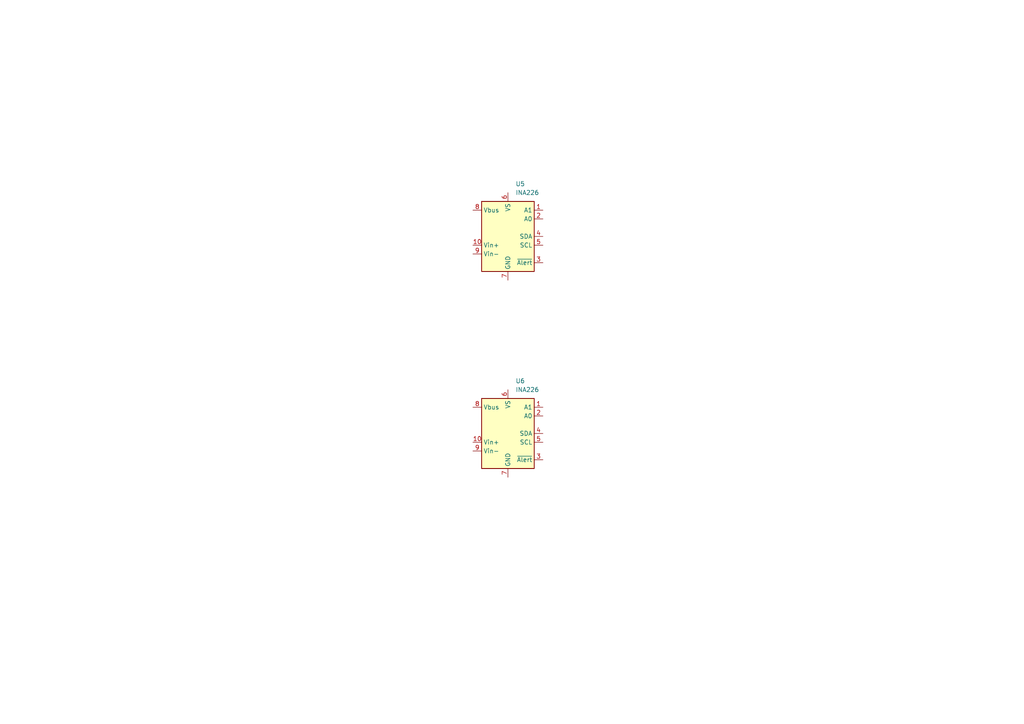
<source format=kicad_sch>
(kicad_sch (version 20250114) (generator "eeschema") (generator_version "9.0")
  (paper "A4")
  (lib_symbols
    (symbol "Sensor_Energy:INA226"
      (property "Reference" "U" (at -6.35 11.43 0))
      (property "Value" "INA226" (at 3.81 11.43 0))
      (symbol "INA226_0_1"
        (rectangle (start 7.62 10.16) (end -7.62 -10.16) (stroke (width 0.254)) (fill (type background)))
      )
      (symbol "INA226_1_1"
        (pin input line (at -10.16 7.62 0) (length 2.54) (name "Vbus") (number "8"))
        (pin input line (at -10.16 -2.54 0) (length 2.54) (name "Vin+") (number "10"))
        (pin input line (at -10.16 -5.08 0) (length 2.54) (name "Vin-") (number "9"))
        (pin power_in line (at 0 12.7 270) (length 2.54) (name "VS") (number "6"))
        (pin power_in line (at 0 -12.7 90) (length 2.54) (name "GND") (number "7"))
        (pin input line (at 10.16 7.62 180) (length 2.54) (name "A1") (number "1"))
        (pin input line (at 10.16 5.08 180) (length 2.54) (name "A0") (number "2"))
        (pin bidirectional line (at 10.16 0 180) (length 2.54) (name "SDA") (number "4"))
        (pin input line (at 10.16 -2.54 180) (length 2.54) (name "SCL") (number "5"))
        (pin open_collector line (at 10.16 -7.62 180) (length 2.54) (name "~{Alert}") (number "3"))
      )
    )
  )
  (symbol (lib_id "Sensor_Energy:INA226") (at 147.32 68.58 0) (unit 1)
    (property "Reference" "U5" (at 149.5141 53.34 0) (effects (justify left)))
    (property "Value" "INA226" (at 149.5141 55.88 0) (effects (justify left)))
    (property "Footprint" "Package_SO:VSSOP-10_3x3mm_P0.5mm" (effects (hide yes)))
    (property "Datasheet" "http://www.ti.com/lit/ds/symlink/ina226.pdf" (effects (hide yes)))
    (property "Description" "High-Side or Low-Side Measurement, Bi-Directional Current and Power Monitor (0-36V) with I2C Compatible Interface, VSSOP-10" (effects (hide yes)))
  )
  (symbol (lib_id "Sensor_Energy:INA226") (at 147.32 125.73 0) (unit 1)
    (property "Reference" "U6" (at 149.5141 110.49 0) (effects (justify left)))
    (property "Value" "INA226" (at 149.5141 113.03 0) (effects (justify left)))
    (property "Footprint" "Package_SO:VSSOP-10_3x3mm_P0.5mm" (effects (hide yes)))
    (property "Datasheet" "http://www.ti.com/lit/ds/symlink/ina226.pdf" (effects (hide yes)))
    (property "Description" "High-Side or Low-Side Measurement, Bi-Directional Current and Power Monitor (0-36V) with I2C Compatible Interface, VSSOP-10" (effects (hide yes)))
  )
)
</source>
